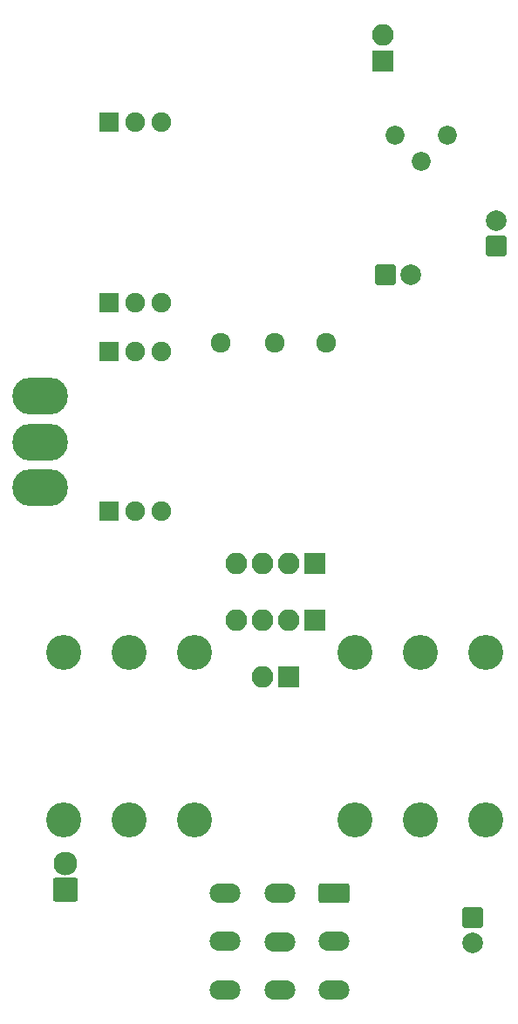
<source format=gbr>
%TF.GenerationSoftware,KiCad,Pcbnew,7.0.6-7.0.6~ubuntu22.04.1*%
%TF.CreationDate,2023-07-17T17:36:07+01:00*%
%TF.ProjectId,phasenom,70686173-656e-46f6-9d2e-6b696361645f,rev?*%
%TF.SameCoordinates,Original*%
%TF.FileFunction,Soldermask,Bot*%
%TF.FilePolarity,Negative*%
%FSLAX46Y46*%
G04 Gerber Fmt 4.6, Leading zero omitted, Abs format (unit mm)*
G04 Created by KiCad (PCBNEW 7.0.6-7.0.6~ubuntu22.04.1) date 2023-07-17 17:36:07*
%MOMM*%
%LPD*%
G01*
G04 APERTURE LIST*
G04 Aperture macros list*
%AMRoundRect*
0 Rectangle with rounded corners*
0 $1 Rounding radius*
0 $2 $3 $4 $5 $6 $7 $8 $9 X,Y pos of 4 corners*
0 Add a 4 corners polygon primitive as box body*
4,1,4,$2,$3,$4,$5,$6,$7,$8,$9,$2,$3,0*
0 Add four circle primitives for the rounded corners*
1,1,$1+$1,$2,$3*
1,1,$1+$1,$4,$5*
1,1,$1+$1,$6,$7*
1,1,$1+$1,$8,$9*
0 Add four rect primitives between the rounded corners*
20,1,$1+$1,$2,$3,$4,$5,0*
20,1,$1+$1,$4,$5,$6,$7,0*
20,1,$1+$1,$6,$7,$8,$9,0*
20,1,$1+$1,$8,$9,$2,$3,0*%
G04 Aperture macros list end*
%ADD10RoundRect,0.200000X-0.800000X0.800000X-0.800000X-0.800000X0.800000X-0.800000X0.800000X0.800000X0*%
%ADD11C,2.000000*%
%ADD12RoundRect,0.200000X-0.800000X-0.800000X0.800000X-0.800000X0.800000X0.800000X-0.800000X0.800000X0*%
%ADD13RoundRect,0.200000X1.000000X0.950000X-1.000000X0.950000X-1.000000X-0.950000X1.000000X-0.950000X0*%
%ADD14C,2.300000*%
%ADD15O,2.100000X2.100000*%
%ADD16RoundRect,0.200000X0.850000X0.850000X-0.850000X0.850000X-0.850000X-0.850000X0.850000X-0.850000X0*%
%ADD17C,3.400000*%
%ADD18RoundRect,0.200000X-0.850000X0.850000X-0.850000X-0.850000X0.850000X-0.850000X0.850000X0.850000X0*%
%ADD19RoundRect,0.200000X-0.750000X-0.750000X0.750000X-0.750000X0.750000X0.750000X-0.750000X0.750000X0*%
%ADD20C,1.900000*%
%ADD21RoundRect,0.200000X1.300000X0.750000X-1.300000X0.750000X-1.300000X-0.750000X1.300000X-0.750000X0*%
%ADD22O,3.000000X1.900000*%
%ADD23RoundRect,0.200000X0.800000X-0.800000X0.800000X0.800000X-0.800000X0.800000X-0.800000X-0.800000X0*%
%ADD24C,1.840000*%
%ADD25O,5.400000X3.600000*%
%ADD26C,1.924000*%
G04 APERTURE END LIST*
D10*
%TO.C,C2*%
X162000000Y-140200000D03*
D11*
X162000000Y-142700000D03*
%TD*%
D12*
%TO.C,C6*%
X153510000Y-77800000D03*
D11*
X156010000Y-77800000D03*
%TD*%
D13*
%TO.C,D1*%
X122500000Y-137540000D03*
D14*
X122500000Y-135000000D03*
%TD*%
D15*
%TO.C,J1*%
X153260000Y-54550000D03*
D16*
X153260000Y-57090000D03*
%TD*%
D17*
%TO.C,IN1*%
X156925000Y-114500000D03*
X156925000Y-130730000D03*
X163275000Y-114500000D03*
X163275000Y-130730000D03*
X150575000Y-114500000D03*
X150575000Y-130730000D03*
%TD*%
%TO.C,OUT1*%
X128660000Y-130730000D03*
X128660000Y-114500000D03*
X122310000Y-130730000D03*
X122310000Y-114500000D03*
X135010000Y-130730000D03*
X135010000Y-114500000D03*
%TD*%
D18*
%TO.C,J4*%
X144140000Y-116810000D03*
D15*
X141600000Y-116810000D03*
%TD*%
D19*
%TO.C,Q3*%
X126720000Y-85300000D03*
D20*
X129260000Y-85300000D03*
X131800000Y-85300000D03*
%TD*%
D21*
%TO.C,SW99*%
X148550000Y-137825000D03*
D22*
X143250000Y-137825000D03*
X137950000Y-137825000D03*
X148550000Y-142525000D03*
X143250000Y-142550000D03*
X137950000Y-142525000D03*
X148550000Y-147225000D03*
X143250000Y-147225000D03*
X137950000Y-147225000D03*
%TD*%
D23*
%TO.C,C14*%
X164260000Y-75050000D03*
D11*
X164260000Y-72550000D03*
%TD*%
D24*
%TO.C,RT1*%
X159510000Y-64300000D03*
X156970000Y-66840000D03*
X154430000Y-64300000D03*
%TD*%
D25*
%TO.C,SW2*%
X120010000Y-89600000D03*
X120010000Y-94050000D03*
X120010000Y-98500000D03*
%TD*%
D19*
%TO.C,Q5*%
X126710000Y-63000000D03*
D20*
X129250000Y-63000000D03*
X131790000Y-63000000D03*
%TD*%
D19*
%TO.C,Q4*%
X126710000Y-80550000D03*
D20*
X129250000Y-80550000D03*
X131790000Y-80550000D03*
%TD*%
%TO.C,Q2*%
X131790000Y-100750000D03*
X129250000Y-100750000D03*
D19*
X126710000Y-100750000D03*
%TD*%
D26*
%TO.C,RV1*%
X147760000Y-84445832D03*
X142760000Y-84445832D03*
X137510000Y-84445832D03*
%TD*%
D18*
%TO.C,JOVGI1*%
X146700000Y-111350000D03*
D15*
X144160000Y-111350000D03*
X141620000Y-111350000D03*
X139080000Y-111350000D03*
%TD*%
D18*
%TO.C,JOVGI2*%
X146700000Y-105800000D03*
D15*
X144160000Y-105800000D03*
X141620000Y-105800000D03*
X139080000Y-105800000D03*
%TD*%
M02*

</source>
